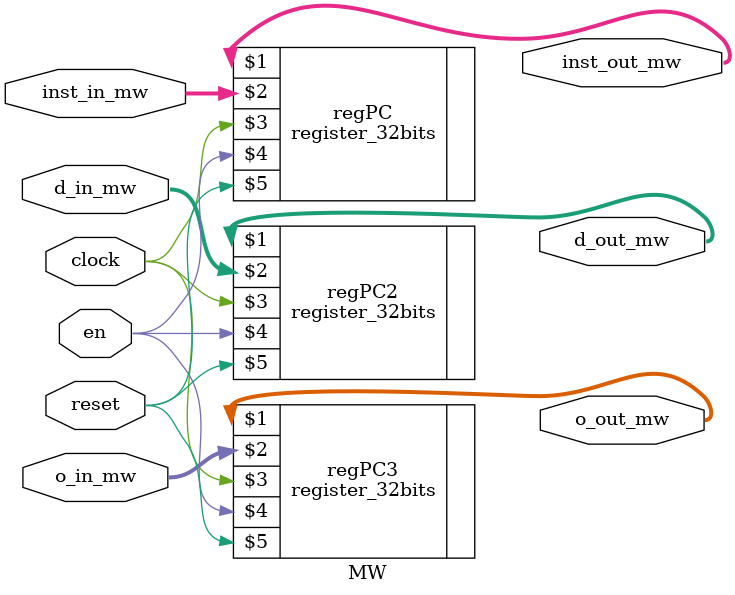
<source format=v>
module MW(inst_out_mw, d_out_mw, o_out_mw, inst_in_mw, d_in_mw, o_in_mw, clock, en, reset);
    input [31:0] inst_in_mw, d_in_mw, o_in_mw;
    input clock, en, reset;
    output [31:0] inst_out_mw, d_out_mw, o_out_mw;

    register_32bits regPC(inst_out_mw, inst_in_mw, clock, en, reset);
    register_32bits regPC2(d_out_mw, d_in_mw, clock, en, reset);
    register_32bits regPC3(o_out_mw, o_in_mw, clock, en, reset);
    
endmodule
</source>
